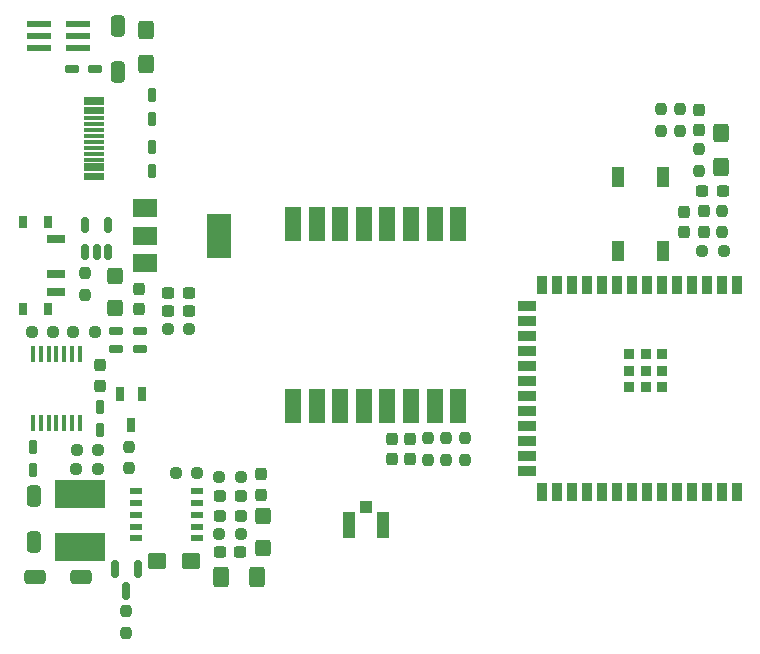
<source format=gbr>
%TF.GenerationSoftware,KiCad,Pcbnew,7.0.6*%
%TF.CreationDate,2024-02-07T19:17:41+08:00*%
%TF.ProjectId,PCB_Main_Board_ESP32S3_RFM95,5043425f-4d61-4696-9e5f-426f6172645f,rev?*%
%TF.SameCoordinates,Original*%
%TF.FileFunction,Paste,Top*%
%TF.FilePolarity,Positive*%
%FSLAX46Y46*%
G04 Gerber Fmt 4.6, Leading zero omitted, Abs format (unit mm)*
G04 Created by KiCad (PCBNEW 7.0.6) date 2024-02-07 19:17:41*
%MOMM*%
%LPD*%
G01*
G04 APERTURE LIST*
G04 Aperture macros list*
%AMRoundRect*
0 Rectangle with rounded corners*
0 $1 Rounding radius*
0 $2 $3 $4 $5 $6 $7 $8 $9 X,Y pos of 4 corners*
0 Add a 4 corners polygon primitive as box body*
4,1,4,$2,$3,$4,$5,$6,$7,$8,$9,$2,$3,0*
0 Add four circle primitives for the rounded corners*
1,1,$1+$1,$2,$3*
1,1,$1+$1,$4,$5*
1,1,$1+$1,$6,$7*
1,1,$1+$1,$8,$9*
0 Add four rect primitives between the rounded corners*
20,1,$1+$1,$2,$3,$4,$5,0*
20,1,$1+$1,$4,$5,$6,$7,0*
20,1,$1+$1,$6,$7,$8,$9,0*
20,1,$1+$1,$8,$9,$2,$3,0*%
G04 Aperture macros list end*
%ADD10RoundRect,0.237500X-0.287500X-0.237500X0.287500X-0.237500X0.287500X0.237500X-0.287500X0.237500X0*%
%ADD11RoundRect,0.237500X-0.250000X-0.237500X0.250000X-0.237500X0.250000X0.237500X-0.250000X0.237500X0*%
%ADD12RoundRect,0.250000X-0.537500X-0.425000X0.537500X-0.425000X0.537500X0.425000X-0.537500X0.425000X0*%
%ADD13RoundRect,0.237500X-0.237500X0.250000X-0.237500X-0.250000X0.237500X-0.250000X0.237500X0.250000X0*%
%ADD14RoundRect,0.237500X0.237500X-0.300000X0.237500X0.300000X-0.237500X0.300000X-0.237500X-0.300000X0*%
%ADD15R,2.000000X1.500000*%
%ADD16R,2.000000X3.800000*%
%ADD17RoundRect,0.237500X0.250000X0.237500X-0.250000X0.237500X-0.250000X-0.237500X0.250000X-0.237500X0*%
%ADD18RoundRect,0.175000X0.175000X-0.425000X0.175000X0.425000X-0.175000X0.425000X-0.175000X-0.425000X0*%
%ADD19R,1.740000X0.300000*%
%ADD20RoundRect,0.237500X-0.300000X-0.237500X0.300000X-0.237500X0.300000X0.237500X-0.300000X0.237500X0*%
%ADD21RoundRect,0.300000X0.300000X-0.600000X0.300000X0.600000X-0.300000X0.600000X-0.300000X-0.600000X0*%
%ADD22RoundRect,0.250000X0.425000X-0.450000X0.425000X0.450000X-0.425000X0.450000X-0.425000X-0.450000X0*%
%ADD23RoundRect,0.175000X-0.175000X0.425000X-0.175000X-0.425000X0.175000X-0.425000X0.175000X0.425000X0*%
%ADD24RoundRect,0.237500X0.237500X-0.250000X0.237500X0.250000X-0.237500X0.250000X-0.237500X-0.250000X0*%
%ADD25R,1.500000X0.700000*%
%ADD26R,0.800000X1.000000*%
%ADD27RoundRect,0.175000X0.425000X0.175000X-0.425000X0.175000X-0.425000X-0.175000X0.425000X-0.175000X0*%
%ADD28RoundRect,0.300000X-0.600000X-0.300000X0.600000X-0.300000X0.600000X0.300000X-0.600000X0.300000X0*%
%ADD29RoundRect,0.150000X-0.150000X0.587500X-0.150000X-0.587500X0.150000X-0.587500X0.150000X0.587500X0*%
%ADD30R,1.100000X2.250000*%
%ADD31R,1.050000X1.100000*%
%ADD32R,1.100000X0.510000*%
%ADD33R,0.355600X1.473200*%
%ADD34RoundRect,0.250000X0.400000X0.625000X-0.400000X0.625000X-0.400000X-0.625000X0.400000X-0.625000X0*%
%ADD35RoundRect,0.250000X-0.425000X0.450000X-0.425000X-0.450000X0.425000X-0.450000X0.425000X0.450000X0*%
%ADD36R,4.200000X2.400000*%
%ADD37RoundRect,0.150000X0.150000X-0.512500X0.150000X0.512500X-0.150000X0.512500X-0.150000X-0.512500X0*%
%ADD38RoundRect,0.250000X0.425000X-0.537500X0.425000X0.537500X-0.425000X0.537500X-0.425000X-0.537500X0*%
%ADD39RoundRect,0.300000X-0.300000X0.600000X-0.300000X-0.600000X0.300000X-0.600000X0.300000X0.600000X0*%
%ADD40R,2.000000X0.500000*%
%ADD41RoundRect,0.237500X-0.237500X0.300000X-0.237500X-0.300000X0.237500X-0.300000X0.237500X0.300000X0*%
%ADD42RoundRect,0.237500X-0.237500X0.287500X-0.237500X-0.287500X0.237500X-0.287500X0.237500X0.287500X0*%
%ADD43R,0.900000X1.500000*%
%ADD44R,1.500000X0.900000*%
%ADD45R,0.900000X0.900000*%
%ADD46R,0.650000X1.220000*%
%ADD47R,1.400000X3.000000*%
%ADD48R,1.000000X1.700000*%
G04 APERTURE END LIST*
D10*
%TO.C,D1*%
X56937500Y-98340000D03*
X58687500Y-98340000D03*
%TD*%
%TO.C,D3*%
X56937500Y-99965000D03*
X58687500Y-99965000D03*
%TD*%
D11*
%TO.C,R2*%
X53187500Y-96365000D03*
X55012500Y-96365000D03*
%TD*%
D12*
%TO.C,C1*%
X51612500Y-103815000D03*
X54487500Y-103815000D03*
%TD*%
D13*
%TO.C,R7*%
X76100000Y-93395000D03*
X76100000Y-95220000D03*
%TD*%
D14*
%TO.C,C7*%
X71470000Y-95200000D03*
X71470000Y-93475000D03*
%TD*%
D15*
%TO.C,U7*%
X50585000Y-73960000D03*
X50585000Y-76260000D03*
D16*
X56885000Y-76260000D03*
D15*
X50585000Y-78560000D03*
%TD*%
D17*
%TO.C,R4*%
X58700000Y-96740000D03*
X56875000Y-96740000D03*
%TD*%
D14*
%TO.C,C6*%
X73010000Y-95190000D03*
X73010000Y-93465000D03*
%TD*%
%TO.C,C8*%
X96260000Y-75972500D03*
X96260000Y-74247500D03*
%TD*%
D18*
%TO.C,D16*%
X41100000Y-94130000D03*
X41100000Y-96130000D03*
%TD*%
D19*
%TO.C,J2*%
X46250000Y-64725000D03*
X46250000Y-65525000D03*
X46250000Y-66825000D03*
X46250000Y-67825000D03*
X46250000Y-68325000D03*
X46250000Y-69325000D03*
X46250000Y-70625000D03*
X46250000Y-71425000D03*
X46250000Y-71125000D03*
X46250000Y-70325000D03*
X46250000Y-69825000D03*
X46250000Y-68825000D03*
X46250000Y-67325000D03*
X46250000Y-66325000D03*
X46250000Y-65825000D03*
X46250000Y-65025000D03*
%TD*%
D20*
%TO.C,C20*%
X52575000Y-82652500D03*
X54300000Y-82652500D03*
%TD*%
D11*
%TO.C,R20*%
X44787500Y-96000000D03*
X46612500Y-96000000D03*
%TD*%
D21*
%TO.C,D8*%
X41162500Y-102190000D03*
X41162500Y-98290000D03*
%TD*%
D22*
%TO.C,C5*%
X60600000Y-102740000D03*
X60600000Y-100040000D03*
%TD*%
D13*
%TO.C,R29*%
X49250000Y-94127500D03*
X49250000Y-95952500D03*
%TD*%
D23*
%TO.C,D5*%
X51225000Y-70750000D03*
X51225000Y-68750000D03*
%TD*%
D18*
%TO.C,D6*%
X51225000Y-64350000D03*
X51225000Y-66350000D03*
%TD*%
D24*
%TO.C,R16*%
X95850000Y-67365000D03*
X95850000Y-65540000D03*
%TD*%
D25*
%TO.C,S1*%
X43050000Y-76540000D03*
X43050000Y-79540000D03*
X43050000Y-81040000D03*
D26*
X42350000Y-75140000D03*
X40250000Y-75140000D03*
X40250000Y-82440000D03*
X42350000Y-82440000D03*
%TD*%
D11*
%TO.C,R22*%
X44507500Y-84410000D03*
X46332500Y-84410000D03*
%TD*%
D17*
%TO.C,R30*%
X54350000Y-84202500D03*
X52525000Y-84202500D03*
%TD*%
D27*
%TO.C,D2*%
X44375000Y-62175000D03*
X46375000Y-62175000D03*
%TD*%
D17*
%TO.C,R24*%
X42837500Y-84390000D03*
X41012500Y-84390000D03*
%TD*%
D28*
%TO.C,D7*%
X41275000Y-105200000D03*
X45175000Y-105200000D03*
%TD*%
D11*
%TO.C,R21*%
X44807500Y-94390000D03*
X46632500Y-94390000D03*
%TD*%
D29*
%TO.C,Q1*%
X49975000Y-104462500D03*
X48075000Y-104462500D03*
X49025000Y-106337500D03*
%TD*%
D20*
%TO.C,C21*%
X52575000Y-81090000D03*
X54300000Y-81090000D03*
%TD*%
D13*
%TO.C,R6*%
X74550000Y-93405000D03*
X74550000Y-95230000D03*
%TD*%
D30*
%TO.C,J4*%
X70785000Y-100770000D03*
X67835000Y-100770000D03*
D31*
X69310000Y-99220000D03*
%TD*%
D32*
%TO.C,U1*%
X54962500Y-101890000D03*
X54962500Y-100890000D03*
X54962500Y-99890000D03*
X54962500Y-98890000D03*
X54962500Y-97890000D03*
X49862500Y-97890000D03*
X49862500Y-98890000D03*
X49862500Y-99890000D03*
X49862500Y-100890000D03*
X49862500Y-101890000D03*
%TD*%
D33*
%TO.C,U6*%
X41144200Y-92101000D03*
X41804600Y-92101000D03*
X42439600Y-92101000D03*
X43100000Y-92101000D03*
X43760400Y-92101000D03*
X44395400Y-92101000D03*
X45055800Y-92101000D03*
X45055800Y-86259000D03*
X44395400Y-86259000D03*
X43760400Y-86259000D03*
X43100000Y-86259000D03*
X42439600Y-86259000D03*
X41804600Y-86259000D03*
X41144200Y-86259000D03*
%TD*%
D20*
%TO.C,C3*%
X56925000Y-103015000D03*
X58650000Y-103015000D03*
%TD*%
D27*
%TO.C,D19*%
X50150000Y-84350000D03*
X48150000Y-84350000D03*
%TD*%
D34*
%TO.C,R5*%
X60100000Y-105140000D03*
X57000000Y-105140000D03*
%TD*%
D24*
%TO.C,R28*%
X97470000Y-70770000D03*
X97470000Y-68945000D03*
%TD*%
D35*
%TO.C,C18*%
X48050000Y-79690000D03*
X48050000Y-82390000D03*
%TD*%
D36*
%TO.C,L1*%
X45075000Y-102625000D03*
X45075000Y-98125000D03*
%TD*%
D11*
%TO.C,R3*%
X56887500Y-101490000D03*
X58712500Y-101490000D03*
%TD*%
D27*
%TO.C,D18*%
X48160000Y-85870000D03*
X50160000Y-85870000D03*
%TD*%
D37*
%TO.C,IC1*%
X45550000Y-77665000D03*
X46500000Y-77665000D03*
X47450000Y-77665000D03*
X47450000Y-75390000D03*
X45550000Y-75390000D03*
%TD*%
D20*
%TO.C,C15*%
X97767500Y-72450000D03*
X99492500Y-72450000D03*
%TD*%
D24*
%TO.C,R15*%
X94300000Y-67375000D03*
X94300000Y-65550000D03*
%TD*%
%TO.C,R23*%
X99480000Y-75962500D03*
X99480000Y-74137500D03*
%TD*%
D11*
%TO.C,R25*%
X97777500Y-77550000D03*
X99602500Y-77550000D03*
%TD*%
D38*
%TO.C,C2*%
X50675000Y-61737500D03*
X50675000Y-58862500D03*
%TD*%
D24*
%TO.C,R27*%
X45475000Y-81252500D03*
X45475000Y-79427500D03*
%TD*%
D39*
%TO.C,D4*%
X48300000Y-58500000D03*
X48300000Y-62400000D03*
%TD*%
D40*
%TO.C,J12*%
X41625000Y-58375000D03*
X44925000Y-58375000D03*
X41625000Y-59375000D03*
X44925000Y-59375000D03*
X41625000Y-60375000D03*
X44925000Y-60375000D03*
%TD*%
D41*
%TO.C,C22*%
X46775000Y-87257500D03*
X46775000Y-88982500D03*
%TD*%
D38*
%TO.C,C16*%
X99360000Y-70457500D03*
X99360000Y-67582500D03*
%TD*%
D14*
%TO.C,C19*%
X50085000Y-82502500D03*
X50085000Y-80777500D03*
%TD*%
D42*
%TO.C,D20*%
X97460000Y-65585000D03*
X97460000Y-67335000D03*
%TD*%
D43*
%TO.C,U5*%
X100690000Y-80450000D03*
X99420000Y-80450000D03*
X98150000Y-80450000D03*
X96880000Y-80450000D03*
X95610000Y-80450000D03*
X94340000Y-80450000D03*
X93070000Y-80450000D03*
X91800000Y-80450000D03*
X90530000Y-80450000D03*
X89260000Y-80450000D03*
X87990000Y-80450000D03*
X86720000Y-80450000D03*
X85450000Y-80450000D03*
X84180000Y-80450000D03*
D44*
X82930000Y-82215000D03*
X82930000Y-83485000D03*
X82930000Y-84755000D03*
X82930000Y-86025000D03*
X82930000Y-87295000D03*
X82930000Y-88565000D03*
X82930000Y-89835000D03*
X82930000Y-91105000D03*
X82930000Y-92375000D03*
X82930000Y-93645000D03*
X82930000Y-94915000D03*
X82930000Y-96185000D03*
D43*
X84180000Y-97950000D03*
X85450000Y-97950000D03*
X86720000Y-97950000D03*
X87990000Y-97950000D03*
X89260000Y-97950000D03*
X90530000Y-97950000D03*
X91800000Y-97950000D03*
X93070000Y-97950000D03*
X94340000Y-97950000D03*
X95610000Y-97950000D03*
X96880000Y-97950000D03*
X98150000Y-97950000D03*
X99420000Y-97950000D03*
X100690000Y-97950000D03*
D45*
X92970000Y-87700000D03*
X92970000Y-86300000D03*
X92970000Y-89100000D03*
X91570000Y-86300000D03*
X91570000Y-87700000D03*
X91570000Y-89100000D03*
X94370000Y-86300000D03*
X94370000Y-87700000D03*
X94370000Y-89100000D03*
%TD*%
D13*
%TO.C,R1*%
X48975000Y-108052500D03*
X48975000Y-109877500D03*
%TD*%
D41*
%TO.C,C4*%
X60425000Y-96477500D03*
X60425000Y-98202500D03*
%TD*%
D46*
%TO.C,Q2*%
X50375000Y-89705000D03*
X48475000Y-89705000D03*
X49425000Y-92325000D03*
%TD*%
D13*
%TO.C,R8*%
X77660000Y-93395000D03*
X77660000Y-95220000D03*
%TD*%
D41*
%TO.C,C17*%
X97900000Y-74197500D03*
X97900000Y-75922500D03*
%TD*%
D47*
%TO.C,U2*%
X77120000Y-75300000D03*
X75120000Y-75300000D03*
X73120000Y-75300000D03*
X71120000Y-75300000D03*
X69120000Y-75300000D03*
X67120000Y-75300000D03*
X65120000Y-75300000D03*
X63120000Y-75300000D03*
X63120000Y-90700000D03*
X65120000Y-90700000D03*
X67120000Y-90700000D03*
X69120000Y-90700000D03*
X71120000Y-90700000D03*
X73120000Y-90700000D03*
X75120000Y-90700000D03*
X77120000Y-90700000D03*
%TD*%
D48*
%TO.C,S2*%
X90680000Y-77602500D03*
X90680000Y-71302500D03*
X94480000Y-77602500D03*
X94480000Y-71302500D03*
%TD*%
D18*
%TO.C,D17*%
X46750000Y-90730000D03*
X46750000Y-92730000D03*
%TD*%
M02*

</source>
